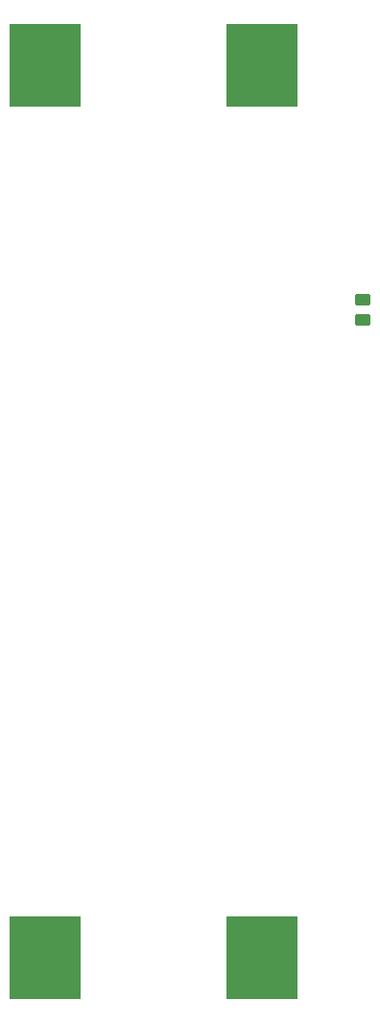
<source format=gbr>
%TF.GenerationSoftware,KiCad,Pcbnew,7.0.7*%
%TF.CreationDate,2024-05-20T18:34:11-04:00*%
%TF.ProjectId,LVPD-board_v2,4c565044-2d62-46f6-9172-645f76322e6b,rev?*%
%TF.SameCoordinates,Original*%
%TF.FileFunction,Paste,Bot*%
%TF.FilePolarity,Positive*%
%FSLAX46Y46*%
G04 Gerber Fmt 4.6, Leading zero omitted, Abs format (unit mm)*
G04 Created by KiCad (PCBNEW 7.0.7) date 2024-05-20 18:34:11*
%MOMM*%
%LPD*%
G01*
G04 APERTURE LIST*
G04 Aperture macros list*
%AMRoundRect*
0 Rectangle with rounded corners*
0 $1 Rounding radius*
0 $2 $3 $4 $5 $6 $7 $8 $9 X,Y pos of 4 corners*
0 Add a 4 corners polygon primitive as box body*
4,1,4,$2,$3,$4,$5,$6,$7,$8,$9,$2,$3,0*
0 Add four circle primitives for the rounded corners*
1,1,$1+$1,$2,$3*
1,1,$1+$1,$4,$5*
1,1,$1+$1,$6,$7*
1,1,$1+$1,$8,$9*
0 Add four rect primitives between the rounded corners*
20,1,$1+$1,$2,$3,$4,$5,0*
20,1,$1+$1,$4,$5,$6,$7,0*
20,1,$1+$1,$6,$7,$8,$9,0*
20,1,$1+$1,$8,$9,$2,$3,0*%
G04 Aperture macros list end*
%ADD10R,6.350000X7.340000*%
%ADD11RoundRect,0.250000X0.450000X-0.262500X0.450000X0.262500X-0.450000X0.262500X-0.450000X-0.262500X0*%
G04 APERTURE END LIST*
D10*
%TO.C,BAT1*%
X118950000Y-53570000D03*
X138060000Y-53570000D03*
X118950000Y-132230000D03*
X138060000Y-132230000D03*
%TD*%
D11*
%TO.C,R1*%
X147000000Y-76000000D03*
X147000000Y-74175000D03*
%TD*%
M02*

</source>
